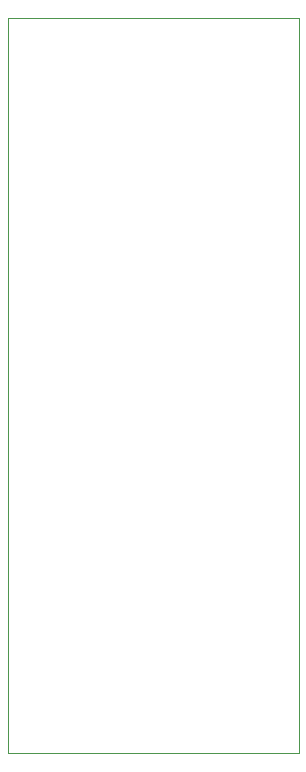
<source format=gbr>
G04 #@! TF.GenerationSoftware,KiCad,Pcbnew,(5.1.5)-3*
G04 #@! TF.CreationDate,2020-12-04T11:48:41+08:00*
G04 #@! TF.ProjectId,Clock PCB,436c6f63-6b20-4504-9342-2e6b69636164,rev?*
G04 #@! TF.SameCoordinates,Original*
G04 #@! TF.FileFunction,Profile,NP*
%FSLAX46Y46*%
G04 Gerber Fmt 4.6, Leading zero omitted, Abs format (unit mm)*
G04 Created by KiCad (PCBNEW (5.1.5)-3) date 2020-12-04 11:48:41*
%MOMM*%
%LPD*%
G04 APERTURE LIST*
%ADD10C,0.050000*%
G04 APERTURE END LIST*
D10*
X192786000Y-125476000D02*
X168148000Y-125476000D01*
X192786000Y-63246000D02*
X192786000Y-125476000D01*
X168148000Y-63246000D02*
X192786000Y-63246000D01*
X168148000Y-125476000D02*
X168148000Y-63246000D01*
M02*

</source>
